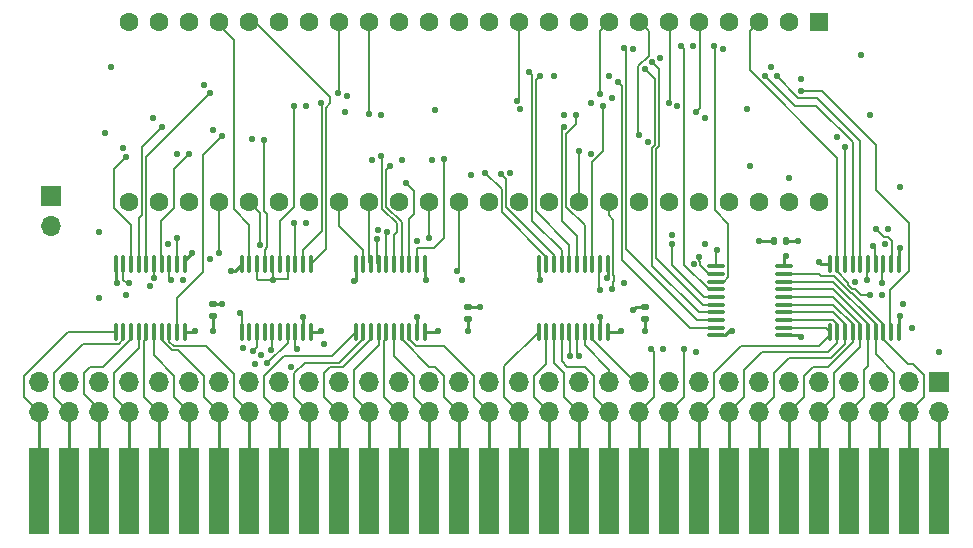
<source format=gtl>
G04 #@! TF.GenerationSoftware,KiCad,Pcbnew,(6.0.5)*
G04 #@! TF.CreationDate,2024-08-24T22:28:27-07:00*
G04 #@! TF.ProjectId,XTMAX_PCB,58544d41-585f-4504-9342-2e6b69636164,rev?*
G04 #@! TF.SameCoordinates,Original*
G04 #@! TF.FileFunction,Copper,L1,Top*
G04 #@! TF.FilePolarity,Positive*
%FSLAX46Y46*%
G04 Gerber Fmt 4.6, Leading zero omitted, Abs format (unit mm)*
G04 Created by KiCad (PCBNEW (6.0.5)) date 2024-08-24 22:28:27*
%MOMM*%
%LPD*%
G01*
G04 APERTURE LIST*
G04 Aperture macros list*
%AMRoundRect*
0 Rectangle with rounded corners*
0 $1 Rounding radius*
0 $2 $3 $4 $5 $6 $7 $8 $9 X,Y pos of 4 corners*
0 Add a 4 corners polygon primitive as box body*
4,1,4,$2,$3,$4,$5,$6,$7,$8,$9,$2,$3,0*
0 Add four circle primitives for the rounded corners*
1,1,$1+$1,$2,$3*
1,1,$1+$1,$4,$5*
1,1,$1+$1,$6,$7*
1,1,$1+$1,$8,$9*
0 Add four rect primitives between the rounded corners*
20,1,$1+$1,$2,$3,$4,$5,0*
20,1,$1+$1,$4,$5,$6,$7,0*
20,1,$1+$1,$6,$7,$8,$9,0*
20,1,$1+$1,$8,$9,$2,$3,0*%
G04 Aperture macros list end*
G04 #@! TA.AperFunction,ComponentPad*
%ADD10R,1.700000X1.700000*%
G04 #@! TD*
G04 #@! TA.AperFunction,ComponentPad*
%ADD11O,1.700000X1.700000*%
G04 #@! TD*
G04 #@! TA.AperFunction,SMDPad,CuDef*
%ADD12RoundRect,0.100000X0.637500X0.100000X-0.637500X0.100000X-0.637500X-0.100000X0.637500X-0.100000X0*%
G04 #@! TD*
G04 #@! TA.AperFunction,SMDPad,CuDef*
%ADD13RoundRect,0.140000X0.170000X-0.140000X0.170000X0.140000X-0.170000X0.140000X-0.170000X-0.140000X0*%
G04 #@! TD*
G04 #@! TA.AperFunction,SMDPad,CuDef*
%ADD14RoundRect,0.100000X-0.100000X0.637500X-0.100000X-0.637500X0.100000X-0.637500X0.100000X0.637500X0*%
G04 #@! TD*
G04 #@! TA.AperFunction,ConnectorPad*
%ADD15R,1.780000X7.366000*%
G04 #@! TD*
G04 #@! TA.AperFunction,SMDPad,CuDef*
%ADD16RoundRect,0.140000X-0.140000X-0.170000X0.140000X-0.170000X0.140000X0.170000X-0.140000X0.170000X0*%
G04 #@! TD*
G04 #@! TA.AperFunction,ComponentPad*
%ADD17R,1.600000X1.600000*%
G04 #@! TD*
G04 #@! TA.AperFunction,ComponentPad*
%ADD18C,1.600000*%
G04 #@! TD*
G04 #@! TA.AperFunction,ViaPad*
%ADD19C,0.584200*%
G04 #@! TD*
G04 #@! TA.AperFunction,Conductor*
%ADD20C,0.254000*%
G04 #@! TD*
G04 #@! TA.AperFunction,Conductor*
%ADD21C,0.152400*%
G04 #@! TD*
G04 APERTURE END LIST*
D10*
X91694000Y-84328000D03*
D11*
X91694000Y-86868000D03*
D10*
X166878000Y-100070996D03*
D11*
X166878000Y-102610996D03*
X164338000Y-100070996D03*
X164338000Y-102610996D03*
X161798000Y-100070996D03*
X161798000Y-102610996D03*
X159258000Y-100070996D03*
X159258000Y-102610996D03*
X156718000Y-100070996D03*
X156718000Y-102610996D03*
X154178000Y-100070996D03*
X154178000Y-102610996D03*
X151638000Y-100070996D03*
X151638000Y-102610996D03*
X149098000Y-100070996D03*
X149098000Y-102610996D03*
X146558000Y-100070996D03*
X146558000Y-102610996D03*
X144018000Y-100070996D03*
X144018000Y-102610996D03*
X141478000Y-100070996D03*
X141478000Y-102610996D03*
X138938000Y-100070996D03*
X138938000Y-102610996D03*
X136398000Y-100070996D03*
X136398000Y-102610996D03*
X133858000Y-100070996D03*
X133858000Y-102610996D03*
X131318000Y-100070996D03*
X131318000Y-102610996D03*
X128778000Y-100070996D03*
X128778000Y-102610996D03*
X126238000Y-100070996D03*
X126238000Y-102610996D03*
X123698000Y-100070996D03*
X123698000Y-102610996D03*
X121158000Y-100070996D03*
X121158000Y-102610996D03*
X118618000Y-100070996D03*
X118618000Y-102610996D03*
X116078000Y-100070996D03*
X116078000Y-102610996D03*
X113538000Y-100070996D03*
X113538000Y-102610996D03*
X110998000Y-100070996D03*
X110998000Y-102610996D03*
X108458000Y-100070996D03*
X108458000Y-102610996D03*
X105918000Y-100070996D03*
X105918000Y-102610996D03*
X103378000Y-100070996D03*
X103378000Y-102610996D03*
X100838000Y-100070996D03*
X100838000Y-102610996D03*
X98298000Y-100070996D03*
X98298000Y-102610996D03*
X95758000Y-100070996D03*
X95758000Y-102610996D03*
X93218000Y-100070996D03*
X93218000Y-102610996D03*
X90678000Y-100070996D03*
X90678000Y-102610996D03*
D12*
X153738500Y-96143000D03*
X153738500Y-95493000D03*
X153738500Y-94843000D03*
X153738500Y-94193000D03*
X153738500Y-93543000D03*
X153738500Y-92893000D03*
X153738500Y-92243000D03*
X153738500Y-91593000D03*
X153738500Y-90943000D03*
X153738500Y-90293000D03*
X148013500Y-90293000D03*
X148013500Y-90943000D03*
X148013500Y-91593000D03*
X148013500Y-92243000D03*
X148013500Y-92893000D03*
X148013500Y-93543000D03*
X148013500Y-94193000D03*
X148013500Y-94843000D03*
X148013500Y-95493000D03*
X148013500Y-96143000D03*
D13*
X141986000Y-94714000D03*
X141986000Y-93754000D03*
D14*
X163453000Y-90101500D03*
X162803000Y-90101500D03*
X162153000Y-90101500D03*
X161503000Y-90101500D03*
X160853000Y-90101500D03*
X160203000Y-90101500D03*
X159553000Y-90101500D03*
X158903000Y-90101500D03*
X158253000Y-90101500D03*
X157603000Y-90101500D03*
X157603000Y-95826500D03*
X158253000Y-95826500D03*
X158903000Y-95826500D03*
X159553000Y-95826500D03*
X160203000Y-95826500D03*
X160853000Y-95826500D03*
X161503000Y-95826500D03*
X162153000Y-95826500D03*
X162803000Y-95826500D03*
X163453000Y-95826500D03*
X103001000Y-90101500D03*
X102351000Y-90101500D03*
X101701000Y-90101500D03*
X101051000Y-90101500D03*
X100401000Y-90101500D03*
X99751000Y-90101500D03*
X99101000Y-90101500D03*
X98451000Y-90101500D03*
X97801000Y-90101500D03*
X97151000Y-90101500D03*
X97151000Y-95826500D03*
X97801000Y-95826500D03*
X98451000Y-95826500D03*
X99101000Y-95826500D03*
X99751000Y-95826500D03*
X100401000Y-95826500D03*
X101051000Y-95826500D03*
X101701000Y-95826500D03*
X102351000Y-95826500D03*
X103001000Y-95826500D03*
X123321000Y-90101500D03*
X122671000Y-90101500D03*
X122021000Y-90101500D03*
X121371000Y-90101500D03*
X120721000Y-90101500D03*
X120071000Y-90101500D03*
X119421000Y-90101500D03*
X118771000Y-90101500D03*
X118121000Y-90101500D03*
X117471000Y-90101500D03*
X117471000Y-95826500D03*
X118121000Y-95826500D03*
X118771000Y-95826500D03*
X119421000Y-95826500D03*
X120071000Y-95826500D03*
X120721000Y-95826500D03*
X121371000Y-95826500D03*
X122021000Y-95826500D03*
X122671000Y-95826500D03*
X123321000Y-95826500D03*
D15*
X166878000Y-109347000D03*
X164338000Y-109347000D03*
X161798000Y-109347000D03*
X159258000Y-109347000D03*
X156718000Y-109347000D03*
X154178000Y-109347000D03*
X151638000Y-109347000D03*
X149098000Y-109347000D03*
X146558000Y-109347000D03*
X144018000Y-109347000D03*
X141478000Y-109347000D03*
X138938000Y-109347000D03*
X136398000Y-109347000D03*
X133858000Y-109347000D03*
X131318000Y-109347000D03*
X128778000Y-109347000D03*
X126238000Y-109347000D03*
X123698000Y-109347000D03*
X121158000Y-109347000D03*
X118618000Y-109347000D03*
X116078000Y-109347000D03*
X113538000Y-109347000D03*
X110998000Y-109347000D03*
X108458000Y-109347000D03*
X105918000Y-109347000D03*
X103378000Y-109347000D03*
X100838000Y-109347000D03*
X98298000Y-109347000D03*
X95758000Y-109347000D03*
X93218000Y-109347000D03*
X90678000Y-109347000D03*
D16*
X152936000Y-88138000D03*
X153896000Y-88138000D03*
D13*
X127000000Y-94714000D03*
X127000000Y-93754000D03*
X105410000Y-94460000D03*
X105410000Y-93500000D03*
D17*
X156718000Y-69596000D03*
D18*
X154178000Y-69596000D03*
X151638000Y-69596000D03*
X149098000Y-69596000D03*
X146558000Y-69596000D03*
X144018000Y-69596000D03*
X141478000Y-69596000D03*
X138938000Y-69596000D03*
X136398000Y-69596000D03*
X133858000Y-69596000D03*
X131318000Y-69596000D03*
X128778000Y-69596000D03*
X126238000Y-69596000D03*
X123698000Y-69596000D03*
X121158000Y-69596000D03*
X118618000Y-69596000D03*
X116078000Y-69596000D03*
X113538000Y-69596000D03*
X110998000Y-69596000D03*
X108458000Y-69596000D03*
X105918000Y-69596000D03*
X103378000Y-69596000D03*
X100838000Y-69596000D03*
X98298000Y-69596000D03*
X98298000Y-84836000D03*
X100838000Y-84836000D03*
X103378000Y-84836000D03*
X105918000Y-84836000D03*
X108458000Y-84836000D03*
X110998000Y-84836000D03*
X113538000Y-84836000D03*
X116078000Y-84836000D03*
X118618000Y-84836000D03*
X121158000Y-84836000D03*
X123698000Y-84836000D03*
X126238000Y-84836000D03*
X128778000Y-84836000D03*
X131318000Y-84836000D03*
X133858000Y-84836000D03*
X136398000Y-84836000D03*
X138938000Y-84836000D03*
X141478000Y-84836000D03*
X144018000Y-84836000D03*
X146558000Y-84836000D03*
X149098000Y-84836000D03*
X151638000Y-84836000D03*
X154178000Y-84836000D03*
X156718000Y-84836000D03*
D14*
X113669000Y-90101500D03*
X113019000Y-90101500D03*
X112369000Y-90101500D03*
X111719000Y-90101500D03*
X111069000Y-90101500D03*
X110419000Y-90101500D03*
X109769000Y-90101500D03*
X109119000Y-90101500D03*
X108469000Y-90101500D03*
X107819000Y-90101500D03*
X107819000Y-95826500D03*
X108469000Y-95826500D03*
X109119000Y-95826500D03*
X109769000Y-95826500D03*
X110419000Y-95826500D03*
X111069000Y-95826500D03*
X111719000Y-95826500D03*
X112369000Y-95826500D03*
X113019000Y-95826500D03*
X113669000Y-95826500D03*
X138815000Y-90101500D03*
X138165000Y-90101500D03*
X137515000Y-90101500D03*
X136865000Y-90101500D03*
X136215000Y-90101500D03*
X135565000Y-90101500D03*
X134915000Y-90101500D03*
X134265000Y-90101500D03*
X133615000Y-90101500D03*
X132965000Y-90101500D03*
X132965000Y-95826500D03*
X133615000Y-95826500D03*
X134265000Y-95826500D03*
X134915000Y-95826500D03*
X135565000Y-95826500D03*
X136215000Y-95826500D03*
X136865000Y-95826500D03*
X137515000Y-95826500D03*
X138165000Y-95826500D03*
X138815000Y-95826500D03*
D19*
X116586000Y-77216000D03*
X139192000Y-76005800D03*
X138176000Y-75692000D03*
X114554000Y-76454000D03*
X127254000Y-82550000D03*
X150622000Y-76962000D03*
X124206000Y-77021800D03*
X150876000Y-81788000D03*
X154178000Y-82804000D03*
X166878000Y-97536000D03*
X163576000Y-83566000D03*
X161036000Y-77470000D03*
X160274000Y-72390000D03*
X95758000Y-92964000D03*
X95758000Y-87376000D03*
X96266000Y-78994000D03*
X96774000Y-73406000D03*
X140970000Y-71882000D03*
X143256000Y-72644000D03*
X146050000Y-71628000D03*
X148590000Y-71882000D03*
X113284000Y-76708000D03*
X108712000Y-79502000D03*
X105410000Y-78740000D03*
X102362000Y-80772000D03*
X104648000Y-74930000D03*
X100330000Y-77724000D03*
X97790000Y-80264000D03*
X116781796Y-75826399D03*
X119634000Y-77470000D03*
X121412000Y-81280000D03*
X118872000Y-81280000D03*
X123952000Y-81280000D03*
X130556000Y-82355800D03*
X131438863Y-76967856D03*
X134238144Y-74166378D03*
X138938000Y-74168000D03*
X137414000Y-76454000D03*
X135128000Y-77470000D03*
X137414000Y-80772000D03*
X142240000Y-79756000D03*
X144720200Y-76708000D03*
X147066000Y-77724000D03*
X152654000Y-73406000D03*
X155194000Y-74422000D03*
X158242000Y-79380778D03*
X140208000Y-91694000D03*
X122682000Y-88138000D03*
X119380000Y-87180177D03*
X113284000Y-86614000D03*
X101600000Y-88392000D03*
X105156000Y-89662000D03*
X102870000Y-91440000D03*
X100076000Y-91948000D03*
X98044000Y-92710000D03*
X109474000Y-97790000D03*
X114810200Y-96893213D03*
X107950000Y-97222200D03*
X108966000Y-98552000D03*
X112014000Y-98806000D03*
X126492000Y-91440000D03*
X143510000Y-97282000D03*
X146304000Y-97536000D03*
X146087322Y-90132678D03*
X144272000Y-87630000D03*
X147066000Y-88392000D03*
X159766000Y-91634200D03*
X162306000Y-88392000D03*
X162560000Y-87122000D03*
X164592000Y-95504000D03*
X163830000Y-93472000D03*
X162052000Y-92710000D03*
X103886000Y-95758000D03*
X142006496Y-95758000D03*
X151638000Y-88138000D03*
X149352000Y-95758000D03*
X127000000Y-95758000D03*
X124460000Y-95758000D03*
X114554000Y-95758000D03*
X105410000Y-95758000D03*
X139954000Y-95758000D03*
X163576000Y-94488000D03*
X138176000Y-94547800D03*
X138788662Y-91306326D03*
X133096000Y-91440000D03*
X123444000Y-91440000D03*
X122682000Y-94547800D03*
X97282000Y-91694000D03*
X106934000Y-90678000D03*
X154940000Y-88138000D03*
X140970000Y-93980000D03*
X155194000Y-96266000D03*
X156718000Y-89916000D03*
X128016000Y-93726000D03*
X153924000Y-89408000D03*
X110489998Y-91440000D03*
X117348000Y-91536289D03*
X113030000Y-94547800D03*
X106172000Y-93472000D03*
X103632000Y-89154000D03*
X163576000Y-88758205D03*
X139700000Y-74676000D03*
X107696000Y-94234000D03*
X142494000Y-97282000D03*
X140192480Y-71783750D03*
X141995408Y-73585055D03*
X142566891Y-73017255D03*
X144272000Y-88413703D03*
X123698000Y-87884000D03*
X145012297Y-71628000D03*
X147828000Y-71628000D03*
X105918000Y-89154000D03*
X146584949Y-89527239D03*
X148082000Y-88900000D03*
X109415796Y-88451800D03*
X136398000Y-97849800D03*
X135614297Y-97849800D03*
X110303759Y-97349759D03*
X109943255Y-98513255D03*
X108773035Y-97439518D03*
X112522000Y-97282000D03*
X145288000Y-97282000D03*
X161544000Y-87122000D03*
X102362000Y-87884000D03*
X126042204Y-90653026D03*
X162051999Y-91693999D03*
X101854000Y-91438378D03*
X136398000Y-80518000D03*
X161322799Y-88604730D03*
X103378000Y-80772000D03*
X139192000Y-92202000D03*
X160782000Y-91440000D03*
X100426482Y-91247035D03*
X153162000Y-74168000D03*
X116023366Y-75628984D03*
X105156000Y-75632200D03*
X152146000Y-74168000D03*
X101092000Y-78486000D03*
X118618000Y-77410305D03*
X98044000Y-81026000D03*
X158903000Y-80163000D03*
X98298000Y-91694000D03*
X161036000Y-92710000D03*
X124989703Y-81220200D03*
X121732548Y-83241492D03*
X120396000Y-81788000D03*
X119653171Y-80929711D03*
X120142000Y-87376000D03*
X119328710Y-87962199D03*
X133099160Y-74166378D03*
X132135547Y-73814467D03*
X129784210Y-82491927D03*
X128465796Y-82355800D03*
X138176000Y-92298289D03*
X143983229Y-76441423D03*
X138430000Y-76708000D03*
X136144000Y-77470000D03*
X146304000Y-77216000D03*
X135128000Y-78486000D03*
X109728000Y-79598289D03*
X141478000Y-79144765D03*
X112268000Y-76708000D03*
X112268000Y-86614000D03*
X155194000Y-75438000D03*
X131106279Y-76258224D03*
X106172000Y-79248000D03*
D20*
X148713000Y-96143000D02*
X149098000Y-95758000D01*
X149098000Y-95758000D02*
X149352000Y-95758000D01*
X148013500Y-96143000D02*
X148713000Y-96143000D01*
X139885500Y-95826500D02*
X139954000Y-95758000D01*
X138815000Y-95826500D02*
X139885500Y-95826500D01*
X141251982Y-93754000D02*
X140997991Y-94007991D01*
X141986000Y-93754000D02*
X141251982Y-93754000D01*
X141986000Y-94968009D02*
X141986000Y-95737504D01*
X141986000Y-95737504D02*
X142006496Y-95758000D01*
X124391500Y-95826500D02*
X124460000Y-95758000D01*
X123321000Y-95826500D02*
X124391500Y-95826500D01*
X127000000Y-94714009D02*
X127000000Y-95758000D01*
X114485500Y-95826500D02*
X114554000Y-95758000D01*
X113669000Y-95826500D02*
X114485500Y-95826500D01*
D21*
X159385042Y-92553912D02*
X159499260Y-92553912D01*
X157945850Y-91114720D02*
X159385042Y-92553912D01*
X162153000Y-95207652D02*
X162153000Y-95826500D01*
X156870046Y-91114720D02*
X157945850Y-91114720D01*
X159499260Y-92553912D02*
X162153000Y-95207652D01*
X156698326Y-90943000D02*
X156870046Y-91114720D01*
X153738500Y-90943000D02*
X156698326Y-90943000D01*
X137515000Y-90101500D02*
X137515000Y-81473993D01*
X137515000Y-81473993D02*
X138430000Y-80558993D01*
X138430000Y-80558993D02*
X138430000Y-76708000D01*
X141427607Y-79094372D02*
X141478000Y-79144765D01*
X142277999Y-72499471D02*
X141427607Y-73349863D01*
X142277999Y-70395999D02*
X142277999Y-72499471D01*
X141478000Y-69596000D02*
X142277999Y-70395999D01*
X142807801Y-74397448D02*
X141995408Y-73585055D01*
X142807801Y-79991192D02*
X142807801Y-74397448D01*
X142553711Y-80245282D02*
X142807801Y-79991192D01*
X142553711Y-90229711D02*
X142553711Y-80245282D01*
X146517000Y-94193000D02*
X142553711Y-90229711D01*
X148013500Y-94193000D02*
X146517000Y-94193000D01*
X143159712Y-73610076D02*
X142566891Y-73017255D01*
X142942199Y-80354472D02*
X143159712Y-80136958D01*
X146883000Y-93543000D02*
X142942199Y-89602199D01*
X141427607Y-73349863D02*
X141427607Y-79094372D01*
X142942199Y-89602199D02*
X142942199Y-80354472D01*
X143159712Y-80136958D02*
X143159712Y-73610076D01*
X148013500Y-93543000D02*
X146883000Y-93543000D01*
X144123962Y-76300690D02*
X143983229Y-76441423D01*
X144018000Y-69596000D02*
X144123962Y-69701962D01*
X144123962Y-69701962D02*
X144123962Y-76300690D01*
X116078000Y-75574350D02*
X116023366Y-75628984D01*
X116078000Y-69596000D02*
X116078000Y-75574350D01*
X108966000Y-69596000D02*
X108458000Y-69596000D01*
X115316000Y-76494993D02*
X115316000Y-75946000D01*
X115316000Y-75946000D02*
X108966000Y-69596000D01*
X114965622Y-76845371D02*
X115316000Y-76494993D01*
X114965622Y-88804878D02*
X114965622Y-76845371D01*
X113669000Y-90101500D02*
X114965622Y-88804878D01*
X114613711Y-76513711D02*
X114554000Y-76454000D01*
X113019000Y-88911000D02*
X114613711Y-87316289D01*
X114613711Y-87316289D02*
X114613711Y-76513711D01*
X113019000Y-90101500D02*
X113019000Y-88911000D01*
X138176000Y-70358000D02*
X138938000Y-69596000D01*
X138176000Y-75692000D02*
X138176000Y-70358000D01*
X132745622Y-85628622D02*
X132745622Y-74519916D01*
X134915000Y-88941000D02*
X132393711Y-86419711D01*
X132393711Y-74072631D02*
X132135547Y-73814467D01*
X134915000Y-90101500D02*
X134915000Y-88941000D01*
X131318000Y-69596000D02*
X131318000Y-76046503D01*
X135565000Y-90101500D02*
X135565000Y-88448000D01*
X135565000Y-88448000D02*
X132745622Y-85628622D01*
X131318000Y-76046503D02*
X131106279Y-76258224D01*
X132393711Y-86419711D02*
X132393711Y-74072631D01*
X132745622Y-74519916D02*
X133099160Y-74166378D01*
X110530998Y-91399000D02*
X110489998Y-91440000D01*
X111719000Y-91399000D02*
X110530998Y-91399000D01*
X110490000Y-91440000D02*
X110489998Y-91440000D01*
X162246199Y-87824199D02*
X161544000Y-87122000D01*
X162541192Y-87824199D02*
X162246199Y-87824199D01*
X162873801Y-90030699D02*
X162873801Y-88156808D01*
X162803000Y-90101500D02*
X162873801Y-90030699D01*
X162873801Y-88156808D02*
X162541192Y-87824199D01*
X146995000Y-92893000D02*
X144272000Y-90170000D01*
X148013500Y-92893000D02*
X146995000Y-92893000D01*
X144272000Y-90170000D02*
X144272000Y-88413703D01*
X113168904Y-98454089D02*
X112268000Y-99354993D01*
X118121000Y-95826500D02*
X118121000Y-96445348D01*
X116112259Y-98454089D02*
X113168904Y-98454089D01*
X112268000Y-99354993D02*
X112268000Y-101341000D01*
X112268000Y-101341000D02*
X113538000Y-102611000D01*
X118121000Y-96445348D02*
X116112259Y-98454089D01*
X160242652Y-92710000D02*
X161036000Y-92710000D01*
X159530808Y-92202001D02*
X159734653Y-92202001D01*
X159198199Y-91869392D02*
X159530808Y-92202001D01*
X159198199Y-91665547D02*
X159198199Y-91869392D01*
X158253000Y-90720348D02*
X159198199Y-91665547D01*
X158253000Y-90101500D02*
X158253000Y-90720348D01*
X159734653Y-92202001D02*
X160242652Y-92710000D01*
X109119000Y-95826500D02*
X109119000Y-97093553D01*
X109119000Y-97093553D02*
X108773035Y-97439518D01*
X100401000Y-90101500D02*
X100401000Y-91221553D01*
X100401000Y-91221553D02*
X100426482Y-91247035D01*
X104588199Y-80831801D02*
X106172000Y-79248000D01*
X102351000Y-95826500D02*
X102351000Y-92975000D01*
X102351000Y-92975000D02*
X104588199Y-90737801D01*
X104588199Y-90737801D02*
X104588199Y-80831801D01*
X102108000Y-85344000D02*
X102108000Y-82042000D01*
X102108000Y-82042000D02*
X103378000Y-80772000D01*
X101032199Y-90082699D02*
X101032199Y-86419801D01*
X101032199Y-86419801D02*
X102108000Y-85344000D01*
X101051000Y-90101500D02*
X101032199Y-90082699D01*
X124146199Y-88705801D02*
X124989703Y-87862297D01*
X124989703Y-87862297D02*
X124989703Y-81220200D01*
X122671000Y-88705801D02*
X124146199Y-88705801D01*
X122671000Y-90101500D02*
X122671000Y-88705801D01*
X130205622Y-82913339D02*
X129784210Y-82491927D01*
X130205622Y-85247622D02*
X130205622Y-82913339D01*
X134265000Y-89307000D02*
X130205622Y-85247622D01*
X134265000Y-90101500D02*
X134265000Y-89307000D01*
X146584949Y-89827312D02*
X146584949Y-89527239D01*
X146655123Y-90203471D02*
X146655123Y-89897486D01*
X147394652Y-90943000D02*
X146655123Y-90203471D01*
X145288000Y-90136348D02*
X145288000Y-71903703D01*
X146617801Y-76902199D02*
X146617801Y-69655801D01*
X147394652Y-92243000D02*
X145288000Y-90136348D01*
X146655123Y-89897486D02*
X146584949Y-89827312D01*
X145288000Y-71903703D02*
X145012297Y-71628000D01*
X146304000Y-77216000D02*
X146617801Y-76902199D01*
X148013500Y-90943000D02*
X147394652Y-90943000D01*
X146617801Y-69655801D02*
X146558000Y-69596000D01*
X148013500Y-92243000D02*
X147394652Y-92243000D01*
X140402289Y-71993559D02*
X140192480Y-71783750D01*
X148013500Y-94843000D02*
X146405000Y-94843000D01*
X140402289Y-88840289D02*
X140402289Y-71993559D01*
X146405000Y-94843000D02*
X140402289Y-88840289D01*
X136398000Y-84836000D02*
X136398000Y-80518000D01*
X119328710Y-90009210D02*
X119328710Y-87962199D01*
X119421000Y-90101500D02*
X119328710Y-90009210D01*
X109119000Y-91339000D02*
X109119000Y-90101500D01*
X109220000Y-91440000D02*
X109119000Y-91339000D01*
X110490000Y-91440000D02*
X109220000Y-91440000D01*
X110490000Y-90172500D02*
X110490000Y-91440000D01*
X110419000Y-90101500D02*
X110490000Y-90172500D01*
X111719000Y-90101500D02*
X111719000Y-91399000D01*
D20*
X163453000Y-94611000D02*
X163576000Y-94488000D01*
X103817500Y-95826500D02*
X103886000Y-95758000D01*
X152935991Y-88138000D02*
X151638000Y-88138000D01*
X105410000Y-94460009D02*
X105410000Y-95758000D01*
X103001000Y-95826500D02*
X103817500Y-95826500D01*
X163453000Y-95826500D02*
X163453000Y-94611000D01*
X122671000Y-95826500D02*
X122671000Y-94558800D01*
X132965000Y-91309000D02*
X133096000Y-91440000D01*
X103001000Y-89785000D02*
X103632000Y-89154000D01*
X123321000Y-91317000D02*
X123444000Y-91440000D01*
X163453000Y-88881205D02*
X163576000Y-88758205D01*
D21*
X117382711Y-91571000D02*
X117348000Y-91536289D01*
D20*
X138815000Y-90101500D02*
X138815000Y-91279988D01*
X153738500Y-90293000D02*
X153738500Y-89593500D01*
X153896009Y-88138000D02*
X154940000Y-88138000D01*
D21*
X140998000Y-94008000D02*
X140970000Y-93980000D01*
D20*
X132965000Y-90101500D02*
X132965000Y-91309000D01*
X138165000Y-95826500D02*
X138165000Y-94558800D01*
X105410000Y-93499991D02*
X106199991Y-93499991D01*
D21*
X106200000Y-93500000D02*
X106172000Y-93472000D01*
D20*
X156903500Y-90101500D02*
X156718000Y-89916000D01*
X97151000Y-90101500D02*
X97151000Y-91563000D01*
X155071000Y-96143000D02*
X155194000Y-96266000D01*
X113019000Y-95826500D02*
X113019000Y-94558800D01*
X97151000Y-91563000D02*
X97282000Y-91694000D01*
X138815000Y-91279988D02*
X138788662Y-91306326D01*
X157603000Y-90101500D02*
X156903500Y-90101500D01*
D21*
X127988000Y-93754000D02*
X128016000Y-93726000D01*
D20*
X153738500Y-89593500D02*
X153924000Y-89408000D01*
X107819000Y-90101500D02*
X107242500Y-90678000D01*
X122671000Y-94558800D02*
X122682000Y-94547800D01*
D21*
X117471000Y-91571000D02*
X117382711Y-91571000D01*
D20*
X127000000Y-93753991D02*
X127988009Y-93753991D01*
X123321000Y-90101500D02*
X123321000Y-91317000D01*
X153738500Y-96143000D02*
X155071000Y-96143000D01*
X117471012Y-90101496D02*
X117471012Y-91570988D01*
X107242500Y-90678000D02*
X106934000Y-90678000D01*
X163453000Y-90101500D02*
X163453000Y-88881205D01*
X113019000Y-94558800D02*
X113030000Y-94547800D01*
X103001000Y-90101500D02*
X103001000Y-89785000D01*
X138165000Y-94558800D02*
X138176000Y-94547800D01*
D21*
X140013711Y-89721711D02*
X140013711Y-74989711D01*
X148013500Y-95493000D02*
X145785000Y-95493000D01*
X145785000Y-95493000D02*
X140013711Y-89721711D01*
X140013711Y-74989711D02*
X139700000Y-74676000D01*
X137668000Y-101341000D02*
X138938000Y-102611000D01*
D20*
X138938000Y-109474000D02*
X138938000Y-102611000D01*
D21*
X137668000Y-99568000D02*
X137668000Y-101341000D01*
X134915000Y-95826500D02*
X134915000Y-98339000D01*
X134915000Y-98339000D02*
X135382000Y-98806000D01*
X136906000Y-98806000D02*
X137668000Y-99568000D01*
X135382000Y-98806000D02*
X136906000Y-98806000D01*
X135128000Y-99314000D02*
X135128000Y-101341000D01*
D20*
X136398000Y-109474000D02*
X136398000Y-102611000D01*
D21*
X134265000Y-95826500D02*
X134265000Y-98451000D01*
X135128000Y-101341000D02*
X136398000Y-102611000D01*
X134265000Y-98451000D02*
X135128000Y-99314000D01*
X132588000Y-101341000D02*
X133858000Y-102611000D01*
X133615000Y-98541000D02*
X132588000Y-99568000D01*
X132588000Y-99568000D02*
X132588000Y-101341000D01*
X133615000Y-95826500D02*
X133615000Y-98541000D01*
D20*
X133858000Y-109474000D02*
X133858000Y-102611000D01*
D21*
X130048000Y-101341000D02*
X131318000Y-102611000D01*
X130048000Y-98743500D02*
X130048000Y-101341000D01*
X132965000Y-95826500D02*
X130048000Y-98743500D01*
D20*
X131318000Y-109474000D02*
X131318000Y-102611000D01*
X128778000Y-109474000D02*
X128778000Y-102611000D01*
D21*
X127508000Y-101341000D02*
X128778000Y-102611000D01*
X127508000Y-99531501D02*
X127508000Y-101341000D01*
X122021000Y-96445348D02*
X122603652Y-97028000D01*
X125004499Y-97028000D02*
X127508000Y-99531501D01*
X122021000Y-95826500D02*
X122021000Y-96445348D01*
X122603652Y-97028000D02*
X125004499Y-97028000D01*
X123731652Y-98806000D02*
X124242499Y-98806000D01*
X124242499Y-98806000D02*
X124968000Y-99531501D01*
X121371000Y-95826500D02*
X121371000Y-96445348D01*
D20*
X126238000Y-109474000D02*
X126238000Y-102611000D01*
D21*
X121371000Y-96445348D02*
X123731652Y-98806000D01*
X124968000Y-99531501D02*
X124968000Y-101341000D01*
X124968000Y-101341000D02*
X126238000Y-102611000D01*
X120721000Y-97861000D02*
X122428000Y-99568000D01*
X122428000Y-101341000D02*
X123698000Y-102611000D01*
X122428000Y-99568000D02*
X122428000Y-101341000D01*
D20*
X123698000Y-109474000D02*
X123698000Y-102611000D01*
D21*
X120721000Y-95826500D02*
X120721000Y-97861000D01*
X119888000Y-96628348D02*
X119888000Y-101341000D01*
D20*
X121158000Y-109474000D02*
X121158000Y-102611000D01*
D21*
X120071000Y-96445348D02*
X119888000Y-96628348D01*
X120071000Y-95826500D02*
X120071000Y-96445348D01*
X119888000Y-101341000D02*
X121158000Y-102611000D01*
X119421000Y-95826500D02*
X119421000Y-96987000D01*
X117348000Y-99060000D02*
X117348000Y-101341000D01*
X119421000Y-96987000D02*
X117348000Y-99060000D01*
X117348000Y-101341000D02*
X118618000Y-102611000D01*
D20*
X118618000Y-109474000D02*
X118618000Y-102611000D01*
D21*
X118771000Y-96445348D02*
X116410348Y-98806000D01*
X115316000Y-98806000D02*
X114808000Y-99314000D01*
X114808000Y-99314000D02*
X114808000Y-101341000D01*
X116410348Y-98806000D02*
X115316000Y-98806000D01*
D20*
X116078000Y-102611000D02*
X116078000Y-109474000D01*
D21*
X118771000Y-95826500D02*
X118771000Y-96445348D01*
X114808000Y-101341000D02*
X116078000Y-102611000D01*
D20*
X113538000Y-102611000D02*
X113538000Y-109474000D01*
D21*
X109728000Y-101341000D02*
X110998000Y-102611000D01*
X109728000Y-99531501D02*
X109728000Y-101341000D01*
X111409700Y-97849801D02*
X109728000Y-99531501D01*
D20*
X110998000Y-102611000D02*
X110998000Y-109474000D01*
D21*
X115447699Y-97849801D02*
X111409700Y-97849801D01*
X117471000Y-95826500D02*
X115447699Y-97849801D01*
X101701000Y-95826500D02*
X101701000Y-96660174D01*
X101701000Y-96660174D02*
X102068826Y-97028000D01*
X107188000Y-101341000D02*
X108458000Y-102611000D01*
D20*
X108458000Y-102611000D02*
X108458000Y-109474000D01*
D21*
X102068826Y-97028000D02*
X104811498Y-97028000D01*
X104811498Y-97028000D02*
X107188000Y-99404502D01*
X107188000Y-99404502D02*
X107188000Y-101341000D01*
X104648000Y-101341000D02*
X105918000Y-102611000D01*
X102459911Y-97379911D02*
X104648000Y-99568000D01*
X101051000Y-95826500D02*
X101051000Y-96507851D01*
D20*
X105918000Y-102611000D02*
X105918000Y-109474000D01*
D21*
X101923060Y-97379911D02*
X102459911Y-97379911D01*
X101051000Y-96507851D02*
X101923060Y-97379911D01*
X104648000Y-99568000D02*
X104648000Y-101341000D01*
X102108000Y-101341000D02*
X103378000Y-102611000D01*
D20*
X103378000Y-102611000D02*
X103378000Y-109474000D01*
D21*
X102108000Y-99531501D02*
X102108000Y-101341000D01*
X100401000Y-95826500D02*
X100401000Y-97824501D01*
X100401000Y-97824501D02*
X102108000Y-99531501D01*
D20*
X100838000Y-102611000D02*
X100838000Y-109474000D01*
D21*
X99568000Y-96628348D02*
X99568000Y-101341000D01*
X99751000Y-95826500D02*
X99751000Y-96445348D01*
X99751000Y-96445348D02*
X99568000Y-96628348D01*
X99568000Y-101341000D02*
X100838000Y-102611000D01*
X99101000Y-97241000D02*
X97028000Y-99314000D01*
X99101000Y-95826500D02*
X99101000Y-97241000D01*
X97028000Y-101341000D02*
X98298000Y-102611000D01*
X97028000Y-99314000D02*
X97028000Y-101341000D01*
D20*
X98298000Y-102611000D02*
X98298000Y-109474000D01*
D21*
X94488000Y-99314000D02*
X94488000Y-101089500D01*
X98451000Y-96445348D02*
X96090348Y-98806000D01*
D20*
X95758000Y-102611000D02*
X95758000Y-109474000D01*
D21*
X94488000Y-101089500D02*
X95758000Y-102359500D01*
X98451000Y-95826500D02*
X98451000Y-96445348D01*
X96090348Y-98806000D02*
X94996000Y-98806000D01*
X94996000Y-98806000D02*
X94488000Y-99314000D01*
X95758000Y-102359500D02*
X95758000Y-102611000D01*
X97406628Y-96839720D02*
X94422280Y-96839720D01*
X97801000Y-95826500D02*
X97801000Y-96445348D01*
X91948000Y-101341000D02*
X93218000Y-102611000D01*
D20*
X93218000Y-102611000D02*
X93218000Y-109474000D01*
D21*
X91948000Y-99314000D02*
X91948000Y-101341000D01*
X97801000Y-96445348D02*
X97406628Y-96839720D01*
X94422280Y-96839720D02*
X91948000Y-99314000D01*
X89408000Y-99531501D02*
X89408000Y-101341000D01*
X97151000Y-95826500D02*
X93113001Y-95826500D01*
X93113001Y-95826500D02*
X89408000Y-99531501D01*
X89408000Y-101341000D02*
X90678000Y-102611000D01*
D20*
X90678000Y-102611000D02*
X90678000Y-109474000D01*
D21*
X164706711Y-98552000D02*
X165608000Y-99453289D01*
D20*
X164338000Y-109474000D02*
X164338000Y-102611000D01*
D21*
X162153000Y-96445348D02*
X164259652Y-98552000D01*
X162153000Y-95826500D02*
X162153000Y-96445348D01*
X165608000Y-101341000D02*
X164338000Y-102611000D01*
X165608000Y-99453289D02*
X165608000Y-101341000D01*
X164259652Y-98552000D02*
X164706711Y-98552000D01*
X163068000Y-99314000D02*
X163068000Y-101341000D01*
X161503000Y-95207652D02*
X161503000Y-95826500D01*
X153738500Y-91593000D02*
X157888348Y-91593000D01*
X161503000Y-95826500D02*
X161503000Y-97749000D01*
X161503000Y-97749000D02*
X163068000Y-99314000D01*
D20*
X161798000Y-109474000D02*
X161798000Y-102611000D01*
D21*
X157888348Y-91593000D02*
X161503000Y-95207652D01*
X163068000Y-101341000D02*
X161798000Y-102611000D01*
D20*
X159258000Y-109474000D02*
X159258000Y-102611000D01*
D21*
X153738500Y-92243000D02*
X157888348Y-92243000D01*
X157888348Y-92243000D02*
X160853000Y-95207652D01*
X160853000Y-95207652D02*
X160853000Y-95826500D01*
X160853000Y-95826500D02*
X160853000Y-98735000D01*
X160853000Y-98735000D02*
X160528000Y-99060000D01*
X160528000Y-99060000D02*
X160528000Y-101341000D01*
X160528000Y-101341000D02*
X159258000Y-102611000D01*
X160203000Y-95207652D02*
X160203000Y-95826500D01*
X160203000Y-97099000D02*
X157988000Y-99314000D01*
X157888348Y-92893000D02*
X160203000Y-95207652D01*
D20*
X156718000Y-109474000D02*
X156718000Y-102611000D01*
D21*
X157988000Y-99314000D02*
X157988000Y-101341000D01*
X157988000Y-101341000D02*
X156718000Y-102611000D01*
X160203000Y-95826500D02*
X160203000Y-97099000D01*
X153738500Y-92893000D02*
X157888348Y-92893000D01*
X157469678Y-98806000D02*
X156173499Y-98806000D01*
X159553000Y-95826500D02*
X159553000Y-96722678D01*
X157888348Y-93543000D02*
X159553000Y-95207652D01*
D20*
X154178000Y-109474000D02*
X154178000Y-102611000D01*
D21*
X159553000Y-95207652D02*
X159553000Y-95826500D01*
X155448000Y-101341000D02*
X154178000Y-102611000D01*
X155448000Y-99531499D02*
X155448000Y-101341000D01*
X156173499Y-98806000D02*
X155448000Y-99531499D01*
X153738500Y-93543000D02*
X157888348Y-93543000D01*
X159553000Y-96722678D02*
X157469678Y-98806000D01*
X152908000Y-101341000D02*
X151638000Y-102611000D01*
X152908000Y-99314000D02*
X152908000Y-101341000D01*
X157888348Y-94193000D02*
X158903000Y-95207652D01*
D20*
X151638000Y-109474000D02*
X151638000Y-102611000D01*
D21*
X158903000Y-95207652D02*
X158903000Y-95826500D01*
X158903000Y-95826500D02*
X158903000Y-96875000D01*
X153738500Y-94193000D02*
X157888348Y-94193000D01*
X154178000Y-98044000D02*
X152908000Y-99314000D01*
X157734000Y-98044000D02*
X154178000Y-98044000D01*
X158903000Y-96875000D02*
X157734000Y-98044000D01*
X158253000Y-96763000D02*
X157480000Y-97536000D01*
X157858628Y-94813280D02*
X158253000Y-95207652D01*
X151892000Y-97536000D02*
X150368000Y-99060000D01*
X158253000Y-95826500D02*
X158253000Y-96763000D01*
X153768220Y-94813280D02*
X157858628Y-94813280D01*
X150368000Y-101341000D02*
X149098000Y-102611000D01*
X158253000Y-95207652D02*
X158253000Y-95826500D01*
X150368000Y-99060000D02*
X150368000Y-101341000D01*
D20*
X149098000Y-109474000D02*
X149098000Y-102611000D01*
D21*
X157480000Y-97536000D02*
X151892000Y-97536000D01*
X153738500Y-94843000D02*
X153768220Y-94813280D01*
X157269500Y-95493000D02*
X157603000Y-95826500D01*
X150114000Y-97028000D02*
X147828000Y-99314000D01*
X157603000Y-95826500D02*
X157603000Y-96143000D01*
D20*
X146558000Y-109474000D02*
X146558000Y-102611000D01*
D21*
X157603000Y-96143000D02*
X156718000Y-97028000D01*
X156718000Y-97028000D02*
X150114000Y-97028000D01*
X147828000Y-101341000D02*
X146558000Y-102611000D01*
X153738500Y-95493000D02*
X157269500Y-95493000D01*
X147828000Y-99314000D02*
X147828000Y-101341000D01*
X107819000Y-94357000D02*
X107696000Y-94234000D01*
D20*
X141478000Y-109474000D02*
X141478000Y-102611000D01*
D21*
X142748000Y-101341000D02*
X142748000Y-97536000D01*
X142748000Y-97536000D02*
X142494000Y-97282000D01*
X107819000Y-95826500D02*
X107819000Y-94357000D01*
X141478000Y-102611000D02*
X142748000Y-101341000D01*
X123698000Y-84836000D02*
X123698000Y-87884000D01*
X149026720Y-91198628D02*
X149026720Y-86674584D01*
X147887801Y-71687801D02*
X147828000Y-71628000D01*
X148013500Y-91593000D02*
X148632348Y-91593000D01*
X148632348Y-91593000D02*
X149026720Y-91198628D01*
X147887801Y-85535665D02*
X147887801Y-71687801D01*
X149026720Y-86674584D02*
X147887801Y-85535665D01*
X105918000Y-84836000D02*
X105918000Y-89154000D01*
X148013500Y-88968500D02*
X148082000Y-88900000D01*
X148013500Y-90293000D02*
X148013500Y-88968500D01*
X108458000Y-84836000D02*
X109415796Y-85793796D01*
X109415796Y-85793796D02*
X109415796Y-88451800D01*
X137515000Y-95826500D02*
X137515000Y-96445348D01*
X141140652Y-100071000D02*
X141478000Y-100071000D01*
X137515000Y-96445348D02*
X141140652Y-100071000D01*
X138938000Y-99060000D02*
X138938000Y-100071000D01*
X136865000Y-95826500D02*
X136865000Y-96987000D01*
X136865000Y-96987000D02*
X138938000Y-99060000D01*
X136215000Y-95826500D02*
X136215000Y-97666800D01*
X136215000Y-97666800D02*
X136398000Y-97849800D01*
X135614297Y-95875797D02*
X135614297Y-97849800D01*
X135565000Y-95826500D02*
X135614297Y-95875797D01*
X110419000Y-95826500D02*
X110419000Y-97234518D01*
X110419000Y-97234518D02*
X110303759Y-97349759D01*
X111719000Y-96737510D02*
X109943255Y-98513255D01*
X111719000Y-95826500D02*
X111719000Y-96737510D01*
X112369000Y-95826500D02*
X112369000Y-97129000D01*
D20*
X144018000Y-109474000D02*
X144018000Y-102611000D01*
D21*
X112369000Y-97129000D02*
X112522000Y-97282000D01*
X145288000Y-101341000D02*
X145288000Y-97282000D01*
X144018000Y-102611000D02*
X145288000Y-101341000D01*
X102351000Y-87895000D02*
X102362000Y-87884000D01*
X102351000Y-90101500D02*
X102351000Y-87895000D01*
X126238000Y-90457230D02*
X126042204Y-90653026D01*
X162052000Y-90202500D02*
X162051999Y-91693999D01*
X126238000Y-87885621D02*
X126238000Y-90457230D01*
X101701000Y-90101500D02*
X101701000Y-91285378D01*
X101701000Y-91285378D02*
X101854000Y-91438378D01*
X126238000Y-84836000D02*
X126238000Y-87885621D01*
X162153000Y-90101500D02*
X162052000Y-90202500D01*
X161484199Y-90082699D02*
X161484199Y-88766130D01*
X161484199Y-88766130D02*
X161322799Y-88604730D01*
X161503000Y-90101500D02*
X161484199Y-90082699D01*
X139305350Y-91592631D02*
X139305350Y-91598953D01*
X139305350Y-86334720D02*
X139305350Y-91020021D01*
X160782000Y-91440000D02*
X160782000Y-90172500D01*
X139356463Y-91541518D02*
X139305350Y-91592631D01*
X139356463Y-91071134D02*
X139356463Y-91541518D01*
X160782000Y-90172500D02*
X160853000Y-90101500D01*
X139290720Y-92103280D02*
X139192000Y-92202000D01*
X139305350Y-91020021D02*
X139356463Y-91071134D01*
X139290720Y-91613583D02*
X139290720Y-92103280D01*
X139305350Y-91598953D02*
X139290720Y-91613583D01*
X138938000Y-85967370D02*
X139305350Y-86334720D01*
X138938000Y-84836000D02*
X138938000Y-85967370D01*
X156534123Y-76005801D02*
X154958808Y-76005801D01*
X99751000Y-81037200D02*
X105156000Y-75632200D01*
X153162000Y-74208993D02*
X153162000Y-74168000D01*
X99751000Y-90101500D02*
X99751000Y-81037200D01*
X160203000Y-79674678D02*
X156534123Y-76005801D01*
X160203000Y-90101500D02*
X160203000Y-79674678D01*
X154958808Y-76005801D02*
X153162000Y-74208993D01*
X159553000Y-90101500D02*
X159553000Y-79786678D01*
X99101000Y-86190643D02*
X99373711Y-85917932D01*
X154686000Y-76708000D02*
X152146000Y-74168000D01*
X99373711Y-80204289D02*
X101092000Y-78486000D01*
X156474322Y-76708000D02*
X154686000Y-76708000D01*
X99101000Y-90101500D02*
X99101000Y-86190643D01*
X159553000Y-79786678D02*
X156474322Y-76708000D01*
X99373711Y-85917932D02*
X99373711Y-80204289D01*
X118618000Y-69596000D02*
X118618000Y-77410305D01*
X97028000Y-85344000D02*
X97028000Y-82042000D01*
X98451000Y-86767000D02*
X97028000Y-85344000D01*
X98451000Y-90101500D02*
X98451000Y-86767000D01*
X158903000Y-90101500D02*
X158903000Y-80163000D01*
X97028000Y-82042000D02*
X98044000Y-81026000D01*
X97801000Y-90101500D02*
X97801000Y-91410007D01*
X150838001Y-70395999D02*
X150838001Y-73662994D01*
X150838001Y-73662994D02*
X158253000Y-81077993D01*
X151638000Y-69596000D02*
X150838001Y-70395999D01*
X97801000Y-91410007D02*
X98084993Y-91694000D01*
X158253000Y-81077993D02*
X158253000Y-90101500D01*
X98084993Y-91694000D02*
X98298000Y-91694000D01*
X122428000Y-85852000D02*
X122428000Y-83936944D01*
X122428000Y-83936944D02*
X121732548Y-83241492D01*
X122021000Y-90101500D02*
X122021000Y-86259000D01*
X122021000Y-86259000D02*
X122428000Y-85852000D01*
X120082289Y-82101711D02*
X120396000Y-81788000D01*
X120082289Y-85281575D02*
X120082289Y-82101711D01*
X121371000Y-86570286D02*
X120082289Y-85281575D01*
X121371000Y-90101500D02*
X121371000Y-86570286D01*
X120963801Y-87357192D02*
X120963801Y-86660764D01*
X119730378Y-85427341D02*
X119730378Y-81006918D01*
X120963801Y-86660764D02*
X119730378Y-85427341D01*
X119730378Y-81006918D02*
X119653171Y-80929711D01*
X120721000Y-87599993D02*
X120963801Y-87357192D01*
X120721000Y-90101500D02*
X120721000Y-87599993D01*
X120071000Y-87447000D02*
X120142000Y-87376000D01*
X120071000Y-90101500D02*
X120071000Y-87447000D01*
X118771000Y-90101500D02*
X118618000Y-89948500D01*
X118618000Y-89948500D02*
X118618000Y-84836000D01*
X118121000Y-90101500D02*
X118121000Y-88911000D01*
X118121000Y-88911000D02*
X116078000Y-86868000D01*
X116078000Y-86868000D02*
X116078000Y-84836000D01*
X133615000Y-90101500D02*
X133615000Y-89482652D01*
X129853711Y-85721363D02*
X129853711Y-83743715D01*
X133615000Y-89482652D02*
X129853711Y-85721363D01*
X129853711Y-83743715D02*
X128465796Y-82355800D01*
X138116199Y-92238488D02*
X138176000Y-92298289D01*
X138165000Y-90101500D02*
X138116199Y-90150301D01*
X138116199Y-90150301D02*
X138116199Y-92238488D01*
X136865000Y-86824286D02*
X135322289Y-85281575D01*
X136144000Y-78272993D02*
X136144000Y-77470000D01*
X136865000Y-90101500D02*
X136865000Y-86824286D01*
X135322289Y-85281575D02*
X135322289Y-79094704D01*
X135322289Y-79094704D02*
X136144000Y-78272993D01*
X136215000Y-90101500D02*
X136215000Y-87701000D01*
X136215000Y-87701000D02*
X134933711Y-86419711D01*
X134933711Y-86419711D02*
X134933711Y-78680289D01*
X134933711Y-78680289D02*
X135128000Y-78486000D01*
X109983597Y-85840560D02*
X109728000Y-85584963D01*
X109769000Y-90101500D02*
X109769000Y-88901589D01*
X109728000Y-85584963D02*
X109728000Y-79598289D01*
X109769000Y-88901589D02*
X109983597Y-88686992D01*
X109983597Y-88686992D02*
X109983597Y-85840560D01*
X111069000Y-90101500D02*
X111069000Y-86428286D01*
X111069000Y-86428286D02*
X112268000Y-85229286D01*
X112268000Y-85229286D02*
X112268000Y-76708000D01*
X112369000Y-90101500D02*
X112369000Y-86715000D01*
X112369000Y-86715000D02*
X112268000Y-86614000D01*
D20*
X166878000Y-109474000D02*
X166878000Y-102611000D01*
D21*
X155194000Y-75438000D02*
X156972000Y-75438000D01*
X164338000Y-86614000D02*
X164338000Y-90718993D01*
X156972000Y-75438000D02*
X161544000Y-80010000D01*
X162754199Y-92302794D02*
X162754199Y-95777699D01*
X162754199Y-95777699D02*
X162803000Y-95826500D01*
X164338000Y-90718993D02*
X162754199Y-92302794D01*
X161544000Y-80010000D02*
X161544000Y-83820000D01*
X161544000Y-83820000D02*
X164338000Y-86614000D01*
X105918000Y-69850000D02*
X105918000Y-69596000D01*
X107188000Y-85469643D02*
X107188000Y-71120000D01*
X107188000Y-71120000D02*
X105918000Y-69850000D01*
X108469000Y-90101500D02*
X108469000Y-86750643D01*
X108469000Y-86750643D02*
X107188000Y-85469643D01*
M02*

</source>
